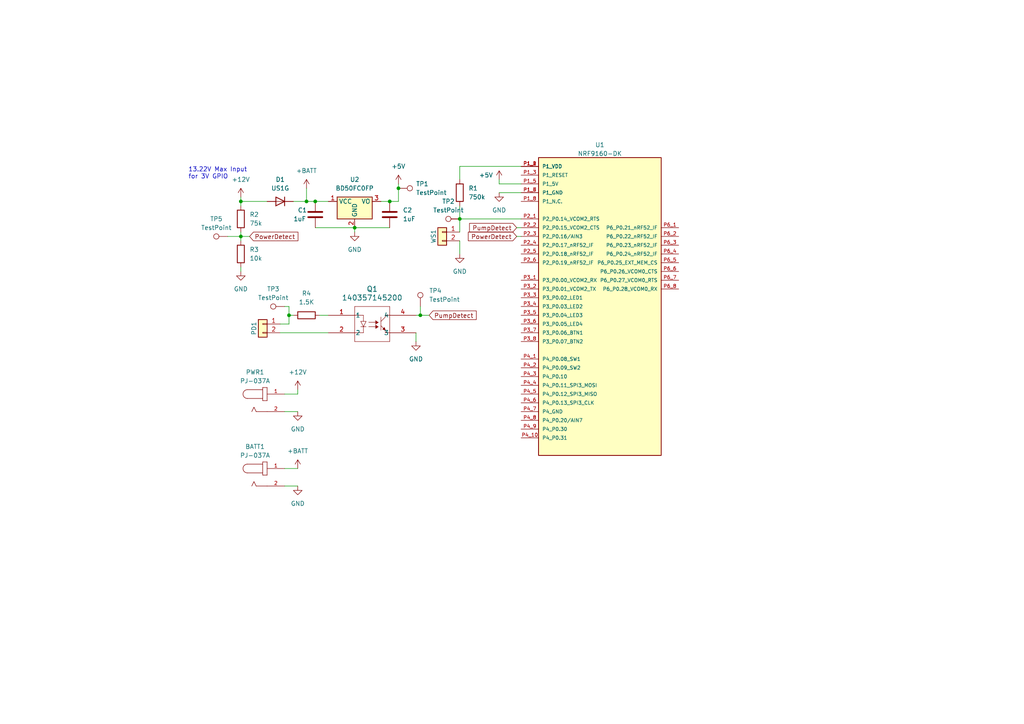
<source format=kicad_sch>
(kicad_sch (version 20230121) (generator eeschema)
  (paper "A4")
  (lib_symbols
    (symbol "2024-04-10_19-53-40:140357145200" (pin_names (offset 0.254))
      (property "Reference" "Q" (at 12.7 12.7 0))
      (property "Value" "140357145200" (at 12.7 12.7 0))
      (symbol "140357145200_0_1"
        (polyline (pts (xy 7.62 -7.62) (xy 7.62 2.54)) (stroke (width 0.127)))
        (polyline (pts (xy 7.62 -7.62) (xy 17.78 -7.62)) (stroke (width 0.127)))
        (polyline (pts (xy 9.398 -3.302) (xy 10.922 -3.302)) (stroke (width 0.127)))
        (polyline (pts (xy 9.398 -1.778) (xy 10.16 -3.302)) (stroke (width 0.127)))
        (polyline (pts (xy 10.16 -5.08) (xy 7.62 -5.08)) (stroke (width 0.127)))
        (polyline (pts (xy 10.16 -3.302) (xy 10.16 -5.08)) (stroke (width 0.127)))
        (polyline (pts (xy 10.16 -3.302) (xy 10.922 -1.778)) (stroke (width 0.127)))
        (polyline (pts (xy 10.16 0) (xy 7.62 0)) (stroke (width 0.127)))
        (polyline (pts (xy 10.16 0) (xy 10.16 -1.778)) (stroke (width 0.127)))
        (polyline (pts (xy 10.922 -1.778) (xy 9.398 -1.778)) (stroke (width 0.127)))
        (polyline (pts (xy 11.684 -3.302) (xy 13.716 -3.302)) (stroke (width 0.127)))
        (polyline (pts (xy 11.684 -2.032) (xy 13.716 -2.032)) (stroke (width 0.127)))
        (polyline (pts (xy 15.24 -4.318) (xy 15.24 -0.508)) (stroke (width 0.127)))
        (polyline (pts (xy 15.24 -3.048) (xy 16.002 -3.81)) (stroke (width 0.127)))
        (polyline (pts (xy 15.24 -1.778) (xy 16.51 -0.508)) (stroke (width 0.127)))
        (polyline (pts (xy 16.51 -4.318) (xy 16.51 -5.08)) (stroke (width 0.127)))
        (polyline (pts (xy 16.51 -0.508) (xy 16.51 0)) (stroke (width 0.127)))
        (polyline (pts (xy 16.51 0) (xy 17.78 0)) (stroke (width 0.127)))
        (polyline (pts (xy 17.78 -5.08) (xy 16.51 -5.08)) (stroke (width 0.127)))
        (polyline (pts (xy 17.78 2.54) (xy 7.62 2.54)) (stroke (width 0.127)))
        (polyline (pts (xy 17.78 2.54) (xy 17.78 -7.62)) (stroke (width 0.127)))
        (polyline (pts (xy 13.716 -2.794) (xy 13.716 -3.81) (xy 14.478 -3.302)) (fill (type outline)))
        (polyline (pts (xy 13.716 -1.524) (xy 13.716 -2.54) (xy 14.478 -2.032)) (fill (type outline)))
        (polyline (pts (xy 16.4717 -4.3107) (xy 15.748 -4.064) (xy 16.256 -3.556) (xy 16.51 -4.318)) (fill (type outline)))
        (pin unspecified line (at 0 0 0) (length 7.62) (name "1") (number "1"))
        (pin unspecified line (at 0 -5.08 0) (length 7.62) (name "2") (number "2"))
        (pin unspecified line (at 25.4 -5.08 180) (length 7.62) (name "3") (number "3"))
        (pin unspecified line (at 25.4 0 180) (length 7.62) (name "4") (number "4"))
      )
    )
    (symbol "Connector:TestPoint" (pin_numbers hide) (pin_names (offset 0.762) hide)
      (property "Reference" "TP" (at 0 6.858 0))
      (property "Value" "TestPoint" (at 0 5.08 0))
      (symbol "TestPoint_0_1"
        (circle (center 0 3.302) (radius 0.762))
      )
      (symbol "TestPoint_1_1"
        (pin passive line (at 0 0 90) (length 2.54) (name "1") (number "1"))
      )
    )
    (symbol "Connector_Generic:Conn_01x02" (pin_names (offset 1.016) hide)
      (property "Reference" "J" (at 0 2.54 0))
      (property "Value" "Conn_01x02" (at 0 -5.08 0))
      (symbol "Conn_01x02_1_1"
        (rectangle (start -1.27 -2.413) (end 0 -2.667) (stroke (width 0.1524)))
        (rectangle (start -1.27 0.127) (end 0 -0.127) (stroke (width 0.1524)))
        (rectangle (start -1.27 1.27) (end 1.27 -3.81) (stroke (width 0.254)) (fill (type background)))
        (pin passive line (at -5.08 0 0) (length 3.81) (name "Pin_1") (number "1"))
        (pin passive line (at -5.08 -2.54 0) (length 3.81) (name "Pin_2") (number "2"))
      )
    )
    (symbol "Device:C" (pin_numbers hide) (pin_names (offset 0.254))
      (property "Reference" "C" (at 0.635 2.54 0))
      (property "Value" "C" (at 0.635 -2.54 0))
      (symbol "C_0_1"
        (polyline (pts (xy -2.032 -0.762) (xy 2.032 -0.762)) (stroke (width 0.508)))
        (polyline (pts (xy -2.032 0.762) (xy 2.032 0.762)) (stroke (width 0.508)))
      )
      (symbol "C_1_1"
        (pin passive line (at 0 3.81 270) (length 2.794) (name "~") (number "1"))
        (pin passive line (at 0 -3.81 90) (length 2.794) (name "~") (number "2"))
      )
    )
    (symbol "Device:R" (pin_numbers hide) (pin_names (offset 0))
      (property "Reference" "R" (at 2.032 0 90))
      (property "Value" "R" (at 0 0 90))
      (symbol "R_0_1"
        (rectangle (start -1.016 -2.54) (end 1.016 2.54) (stroke (width 0.254)))
      )
      (symbol "R_1_1"
        (pin passive line (at 0 3.81 270) (length 1.27) (name "~") (number "1"))
        (pin passive line (at 0 -3.81 90) (length 1.27) (name "~") (number "2"))
      )
    )
    (symbol "Diode:US1G" (pin_numbers hide) (pin_names hide)
      (property "Reference" "D" (at 0 2.54 0))
      (property "Value" "US1G" (at 0 -2.54 0))
      (symbol "US1G_0_1"
        (polyline (pts (xy -1.27 1.27) (xy -1.27 -1.27)) (stroke (width 0.254)))
        (polyline (pts (xy 1.27 0) (xy -1.27 0)))
        (polyline (pts (xy 1.27 1.27) (xy 1.27 -1.27) (xy -1.27 0) (xy 1.27 1.27)) (stroke (width 0.254)))
      )
      (symbol "US1G_1_1"
        (pin passive line (at -3.81 0 0) (length 2.54) (name "K") (number "1"))
        (pin passive line (at 3.81 0 180) (length 2.54) (name "A") (number "2"))
      )
    )
    (symbol "NRF9160-DK:NRF9160-DK" (pin_names (offset 1.016))
      (property "Reference" "U" (at -17.78 45.72 0))
      (property "Value" "NRF9160-DK" (at -17.78 -45.72 0))
      (symbol "NRF9160-DK_0_0"
        (rectangle (start -17.78 43.18) (end 17.78 -43.18) (stroke (width 0.254)) (fill (type background)))
        (pin power_in line (at -22.86 40.64 0) (length 5.08) (name "P1_VDD") (number "P1_1"))
        (pin power_in line (at -22.86 40.64 0) (length 5.08) (name "P1_VDD") (number "P1_2"))
        (pin bidirectional line (at -22.86 38.1 0) (length 5.08) (name "P1_RESET") (number "P1_3"))
        (pin power_in line (at -22.86 40.64 0) (length 5.08) (name "P1_VDD") (number "P1_4"))
        (pin power_in line (at -22.86 35.56 0) (length 5.08) (name "P1_5V") (number "P1_5"))
        (pin power_in line (at -22.86 33.02 0) (length 5.08) (name "P1_GND") (number "P1_6"))
        (pin power_in line (at -22.86 33.02 0) (length 5.08) (name "P1_GND") (number "P1_7"))
        (pin passive line (at -22.86 30.48 0) (length 5.08) (name "P1_N.C.") (number "P1_8"))
        (pin bidirectional line (at -22.86 -38.1 0) (length 5.08) (name "P4_P0.31") (number "P4_10"))
        (pin bidirectional line (at -22.86 -20.32 0) (length 5.08) (name "P4_P0.10") (number "P4_3"))
        (pin power_in line (at -22.86 -30.48 0) (length 5.08) (name "P4_GND") (number "P4_7"))
        (pin bidirectional line (at -22.86 -35.56 0) (length 5.08) (name "P4_P0.30") (number "P4_9"))
      )
      (symbol "NRF9160-DK_1_0"
        (pin bidirectional line (at -22.86 25.4 0) (length 5.08) (name "P2_P0.14_VCOM2_RTS") (number "P2_1"))
        (pin bidirectional line (at -22.86 22.86 0) (length 5.08) (name "P2_P0.15_VCOM2_CTS") (number "P2_2"))
        (pin bidirectional line (at -22.86 20.32 0) (length 5.08) (name "P2_P0.16/AIN3") (number "P2_3"))
        (pin bidirectional line (at -22.86 17.78 0) (length 5.08) (name "P2_P0.17_nRF52_IF") (number "P2_4"))
        (pin bidirectional line (at -22.86 15.24 0) (length 5.08) (name "P2_P0.18_nRF52_IF") (number "P2_5"))
        (pin bidirectional line (at -22.86 12.7 0) (length 5.08) (name "P2_P0.19_nRF52_IF") (number "P2_6"))
        (pin bidirectional line (at -22.86 7.62 0) (length 5.08) (name "P3_P0.00_VCOM2_RX") (number "P3_1"))
        (pin bidirectional line (at -22.86 5.08 0) (length 5.08) (name "P3_P0.01_VCOM2_TX") (number "P3_2"))
        (pin bidirectional line (at -22.86 2.54 0) (length 5.08) (name "P3_P0.02_LED1") (number "P3_3"))
        (pin bidirectional line (at -22.86 0 0) (length 5.08) (name "P3_P0.03_LED2") (number "P3_4"))
        (pin bidirectional line (at -22.86 -2.54 0) (length 5.08) (name "P3_P0.04_LED3") (number "P3_5"))
        (pin bidirectional line (at -22.86 -5.08 0) (length 5.08) (name "P3_P0.05_LED4") (number "P3_6"))
        (pin bidirectional line (at -22.86 -7.62 0) (length 5.08) (name "P3_P0.06_BTN1") (number "P3_7"))
        (pin bidirectional line (at -22.86 -10.16 0) (length 5.08) (name "P3_P0.07_BTN2") (number "P3_8"))
        (pin bidirectional line (at -22.86 -15.24 0) (length 5.08) (name "P4_P0.08_SW1") (number "P4_1"))
        (pin bidirectional line (at -22.86 -17.78 0) (length 5.08) (name "P4_P0.09_SW2") (number "P4_2"))
        (pin bidirectional line (at -22.86 -22.86 0) (length 5.08) (name "P4_P0.11_SPI3_MOSI") (number "P4_4"))
        (pin bidirectional line (at -22.86 -25.4 0) (length 5.08) (name "P4_P0.12_SPI3_MISO") (number "P4_5"))
        (pin bidirectional line (at -22.86 -27.94 0) (length 5.08) (name "P4_P0.13_SPI3_CLK") (number "P4_6"))
        (pin bidirectional line (at -22.86 -33.02 0) (length 5.08) (name "P4_P0.20/AIN7") (number "P4_8"))
        (pin bidirectional line (at 22.86 22.86 180) (length 5.08) (name "P6_P0.21_nRF52_IF") (number "P6_1"))
        (pin bidirectional line (at 22.86 20.32 180) (length 5.08) (name "P6_P0.22_nRF52_IF") (number "P6_2"))
        (pin bidirectional line (at 22.86 17.78 180) (length 5.08) (name "P6_P0.23_nRF52_IF") (number "P6_3"))
        (pin bidirectional line (at 22.86 15.24 180) (length 5.08) (name "P6_P0.24_nRF52_IF") (number "P6_4"))
        (pin bidirectional line (at 22.86 12.7 180) (length 5.08) (name "P6_P0.25_EXT_MEM_CS") (number "P6_5"))
        (pin bidirectional line (at 22.86 10.16 180) (length 5.08) (name "P6_P0.26_VCOM0_CTS") (number "P6_6"))
        (pin bidirectional line (at 22.86 7.62 180) (length 5.08) (name "P6_P0.27_VCOM0_RTS") (number "P6_7"))
        (pin bidirectional line (at 22.86 5.08 180) (length 5.08) (name "P6_P0.28_VCOM0_RX") (number "P6_8"))
      )
    )
    (symbol "PJ-037A:PJ-037A" (pin_names (offset 1.016))
      (property "Reference" "J" (at -7.6261 5.0841 0))
      (property "Value" "PJ-037A" (at -7.6324 -5.0882 0))
      (symbol "PJ-037A_0_0"
        (arc (start -5.715 3.81) (mid -6.9795 2.54) (end -5.715 1.27) (stroke (width 0.1524)))
        (polyline (pts (xy -5.715 3.81) (xy -1.27 3.81)) (stroke (width 0.1524)))
        (polyline (pts (xy -3.81 -1.27) (xy -4.445 -2.54)) (stroke (width 0.1524)))
        (polyline (pts (xy -3.175 -2.54) (xy -3.81 -1.27)) (stroke (width 0.1524)))
        (polyline (pts (xy -1.27 0.635) (xy 0 0.635)) (stroke (width 0.1524)))
        (polyline (pts (xy -1.27 1.27) (xy -5.715 1.27)) (stroke (width 0.1524)))
        (polyline (pts (xy -1.27 1.27) (xy -1.27 0.635)) (stroke (width 0.1524)))
        (polyline (pts (xy -1.27 3.81) (xy -1.27 1.27)) (stroke (width 0.1524)))
        (polyline (pts (xy -1.27 4.445) (xy -1.27 3.81)) (stroke (width 0.1524)))
        (polyline (pts (xy 0 -2.54) (xy -3.175 -2.54)) (stroke (width 0.1524)))
        (polyline (pts (xy 0 0.635) (xy 0 4.445)) (stroke (width 0.1524)))
        (polyline (pts (xy 0 4.445) (xy -1.27 4.445)) (stroke (width 0.1524)))
        (pin passive line (at 5.08 2.54 180) (length 5.08) (name "~") (number "1"))
        (pin passive line (at 5.08 -2.54 180) (length 5.08) (name "~") (number "2"))
      )
    )
    (symbol "Regulator_Linear:BD50FC0FP"
      (property "Reference" "U" (at 0 7.62 0))
      (property "Value" "BD50FC0FP" (at 0 5.08 0))
      (symbol "BD50FC0FP_1_1"
        (rectangle (start -5.08 -5.08) (end 5.08 1.27) (stroke (width 0.254)) (fill (type background)))
        (pin power_in line (at -7.62 0 0) (length 2.54) (name "VCC") (number "1"))
        (pin power_in line (at 0 -7.62 90) (length 2.54) (name "GND") (number "2"))
        (pin power_out line (at 7.62 0 180) (length 2.54) (name "VO") (number "3"))
      )
    )
    (symbol "power:+12V" (power) (pin_names (offset 0))
      (property "Value" "+12V" (at 0 3.556 0))
      (symbol "+12V_0_1"
        (polyline (pts (xy -0.762 1.27) (xy 0 2.54)))
        (polyline (pts (xy 0 0) (xy 0 2.54)))
        (polyline (pts (xy 0 2.54) (xy 0.762 1.27)))
      )
      (symbol "+12V_1_1"
        (pin power_in line (at 0 0 90) (length 0) hide (name "+12V") (number "1"))
      )
    )
    (symbol "power:+5V" (power) (pin_names (offset 0))
      (property "Value" "+5V" (at 0 3.556 0))
      (symbol "+5V_0_1"
        (polyline (pts (xy -0.762 1.27) (xy 0 2.54)))
        (polyline (pts (xy 0 0) (xy 0 2.54)))
        (polyline (pts (xy 0 2.54) (xy 0.762 1.27)))
      )
      (symbol "+5V_1_1"
        (pin power_in line (at 0 0 90) (length 0) hide (name "+5V") (number "1"))
      )
    )
    (symbol "power:+BATT" (power) (pin_names (offset 0))
      (property "Value" "+BATT" (at 0 3.556 0))
      (symbol "+BATT_0_1"
        (polyline (pts (xy -0.762 1.27) (xy 0 2.54)))
        (polyline (pts (xy 0 0) (xy 0 2.54)))
        (polyline (pts (xy 0 2.54) (xy 0.762 1.27)))
      )
      (symbol "+BATT_1_1"
        (pin power_in line (at 0 0 90) (length 0) hide (name "+BATT") (number "1"))
      )
    )
    (symbol "power:GND" (power) (pin_names (offset 0))
      (property "Value" "GND" (at 0 -3.81 0))
      (symbol "GND_0_1"
        (polyline (pts (xy 0 0) (xy 0 -1.27) (xy 1.27 -1.27) (xy 0 -2.54) (xy -1.27 -1.27) (xy 0 -1.27)))
      )
      (symbol "GND_1_1"
        (pin power_in line (at 0 0 270) (length 0) hide (name "GND") (number "1"))
      )
    )
  )
  (bus_alias "I2C" (members "SDA" "SCL"))
  (junction (at 102.87 66.04))
  (junction (at 133.35 63.5))
  (junction (at 91.44 58.42))
  (junction (at 69.85 68.58))
  (junction (at 88.9 58.42))
  (junction (at 69.85 58.42))
  (junction (at 113.03 58.42))
  (junction (at 121.92 91.44))
  (junction (at 83.82 91.44))
  (junction (at 115.57 54.61))
  (wire (pts (xy 82.55 114.3) (xy 86.36 114.3)))
  (wire (pts (xy 82.55 88.9) (xy 83.82 88.9)))
  (wire (pts (xy 69.85 67.31) (xy 69.85 68.58)))
  (wire (pts (xy 121.92 91.44) (xy 120.65 91.44)))
  (wire (pts (xy 149.86 68.58) (xy 151.13 68.58)))
  (wire (pts (xy 121.92 88.9) (xy 121.92 91.44)))
  (wire (pts (xy 82.55 140.97) (xy 86.36 140.97)))
  (wire (pts (xy 95.25 58.42) (xy 91.44 58.42)))
  (wire (pts (xy 124.46 91.44) (xy 121.92 91.44)))
  (wire (pts (xy 88.9 58.42) (xy 88.9 54.61)))
  (wire (pts (xy 83.82 93.98) (xy 81.28 93.98)))
  (wire (pts (xy 85.09 91.44) (xy 83.82 91.44)))
  (wire (pts (xy 115.57 53.34) (xy 115.57 54.61)))
  (wire (pts (xy 133.35 63.5) (xy 133.35 67.31)))
  (wire (pts (xy 82.55 119.38) (xy 86.36 119.38)))
  (wire (pts (xy 120.65 96.52) (xy 120.65 99.06)))
  (wire (pts (xy 91.44 58.42) (xy 88.9 58.42)))
  (wire (pts (xy 91.44 66.04) (xy 102.87 66.04)))
  (wire (pts (xy 144.78 55.88) (xy 151.13 55.88)))
  (wire (pts (xy 82.55 135.89) (xy 86.36 135.89)))
  (wire (pts (xy 151.13 63.5) (xy 133.35 63.5)))
  (wire (pts (xy 85.09 58.42) (xy 88.9 58.42)))
  (wire (pts (xy 86.36 114.3) (xy 86.36 113.03)))
  (wire (pts (xy 115.57 54.61) (xy 115.57 58.42)))
  (wire (pts (xy 110.49 58.42) (xy 113.03 58.42)))
  (wire (pts (xy 151.13 48.26) (xy 133.35 48.26)))
  (wire (pts (xy 102.87 66.04) (xy 113.03 66.04)))
  (wire (pts (xy 144.78 53.34) (xy 151.13 53.34)))
  (wire (pts (xy 69.85 58.42) (xy 77.47 58.42)))
  (wire (pts (xy 69.85 68.58) (xy 72.39 68.58)))
  (wire (pts (xy 69.85 68.58) (xy 69.85 69.85)))
  (wire (pts (xy 133.35 48.26) (xy 133.35 52.07)))
  (wire (pts (xy 133.35 69.85) (xy 133.35 73.66)))
  (wire (pts (xy 144.78 52.07) (xy 144.78 53.34)))
  (wire (pts (xy 69.85 57.15) (xy 69.85 58.42)))
  (wire (pts (xy 69.85 58.42) (xy 69.85 59.69)))
  (wire (pts (xy 83.82 88.9) (xy 83.82 91.44)))
  (wire (pts (xy 102.87 66.04) (xy 102.87 67.31)))
  (wire (pts (xy 81.28 96.52) (xy 95.25 96.52)))
  (wire (pts (xy 66.04 68.58) (xy 69.85 68.58)))
  (wire (pts (xy 92.71 91.44) (xy 95.25 91.44)))
  (wire (pts (xy 69.85 77.47) (xy 69.85 78.74)))
  (wire (pts (xy 133.35 63.5) (xy 133.35 59.69)))
  (wire (pts (xy 83.82 91.44) (xy 83.82 93.98)))
  (wire (pts (xy 151.13 66.04) (xy 149.86 66.04)))
  (wire (pts (xy 113.03 58.42) (xy 115.57 58.42)))
  (text "13.22V Max Input\nfor 3V GPIO" (at 54.61 52.07 0) (effects (font (size 1.27 1.27)) (justify left bottom)))
  (global_label "PumpDetect" (shape input) (at 149.86 66.04 180) (property "Intersheetrefs" "${INTERSHEET_REFS}" (effects hide)))
  (global_label "PumpDetect" (shape input) (at 124.46 91.44 0) (property "Intersheetrefs" "${INTERSHEET_REFS}" (effects hide)))
  (global_label "PowerDetect" (shape input) (at 72.39 68.58 0) (property "Intersheetrefs" "${INTERSHEET_REFS}" (effects hide)))
  (global_label "PowerDetect" (shape input) (at 149.86 68.58 180) (property "Intersheetrefs" "${INTERSHEET_REFS}" (effects hide)))
  (symbol (lib_id "Regulator_Linear:BD50FC0FP") (at 102.87 58.42 0) (unit 1)
    (property "Reference" "U2" (at 102.87 52.07 0))
    (property "Value" "BD50FC0FP" (at 102.87 54.61 0))
    (property "Footprint" "Package_TO_SOT_SMD:TO-252-2" (effects hide))
    (property "Datasheet" "https://fscdn.rohm.com/en/products/databook/datasheet/ic/power/linear_regulator/bdxxfc0wefj-e.pdf" (effects hide))
  )
  (symbol (lib_id "power:GND") (at 86.36 119.38 0) (unit 1)
    (property "Reference" "#PWR012" (effects hide))
    (property "Value" "GND" (at 86.36 124.46 0))
  )
  (symbol (lib_id "NRF9160-DK:NRF9160-DK") (at 173.99 88.9 0) (unit 1)
    (property "Reference" "U1" (at 173.99 42.0202 0))
    (property "Value" "NRF9160-DK" (at 173.99 44.5571 0))
    (property "Footprint" "NRF9160-DK:MODULE_NRF9160-DK" (effects hide))
    (property "Datasheet" "https://infocenter.nordicsemi.com/pdf/nRF9160_PS_v1.0.pdf" (effects hide))
    (property "MPN" "NRF9160-DK" (effects hide))
    (property "Manufacturer" "Nordic Semiconductor" (effects hide))
    (property "DKPN" "NRF9160-DK-ND" (effects hide))
    (property "DK_Detail_Page" "https://www.digikey.com/en/products/detail/nordic-semiconductor-asa/NRF9160-DK/9740721" (effects hide))
  )
  (symbol (lib_id "Device:R") (at 69.85 73.66 0) (unit 1)
    (property "Reference" "R3" (at 72.39 72.39 0) (effects (justify left)))
    (property "Value" "10k" (at 72.39 74.93 0) (effects (justify left)))
    (property "Footprint" "Resistor_SMD:R_0805_2012Metric_Pad1.20x1.40mm_HandSolder" (effects hide))
  )
  (symbol (lib_id "Connector_Generic:Conn_01x02") (at 76.2 93.98 0) (mirror y) (unit 1)
    (property "Reference" "PD1" (at 73.66 95.25 90))
    (property "Value" "Conn_01x02" (effects hide))
    (property "Footprint" "Connector_PinHeader_2.54mm:PinHeader_1x02_P2.54mm_Vertical" (effects hide))
  )
  (symbol (lib_id "power:GND") (at 69.85 78.74 0) (unit 1)
    (property "Reference" "#PWR07" (effects hide))
    (property "Value" "GND" (at 69.85 83.82 0))
  )
  (symbol (lib_id "power:+BATT") (at 86.36 135.89 0) (unit 1)
    (property "Reference" "#PWR010" (effects hide))
    (property "Value" "+BATT" (at 86.36 130.81 0))
  )
  (symbol (lib_id "Device:R") (at 133.35 55.88 0) (unit 1)
    (property "Reference" "R1" (at 135.89 54.61 0) (effects (justify left)))
    (property "Value" "750k" (at 135.89 57.15 0) (effects (justify left)))
    (property "Footprint" "Resistor_SMD:R_0805_2012Metric_Pad1.20x1.40mm_HandSolder" (effects hide))
  )
  (symbol (lib_id "Connector:TestPoint") (at 66.04 68.58 90) (unit 1)
    (property "Reference" "TP5" (at 62.738 63.5 90))
    (property "Value" "TestPoint" (at 62.738 66.04 90))
    (property "Footprint" "TestPoint:TestPoint_Pad_D1.0mm" (effects hide))
  )
  (symbol (lib_id "power:GND") (at 120.65 99.06 0) (unit 1)
    (property "Reference" "#PWR09" (effects hide))
    (property "Value" "GND" (at 120.65 104.14 0))
  )
  (symbol (lib_id "Device:R") (at 88.9 91.44 90) (unit 1)
    (property "Reference" "R4" (at 88.9 85.09 90))
    (property "Value" "1.5K" (at 88.9 87.63 90))
    (property "Footprint" "Resistor_SMD:R_0805_2012Metric_Pad1.20x1.40mm_HandSolder" (effects hide))
  )
  (symbol (lib_id "power:+BATT") (at 88.9 54.61 0) (unit 1)
    (property "Reference" "#PWR08" (effects hide))
    (property "Value" "+BATT" (at 88.9 49.53 0))
  )
  (symbol (lib_id "power:+5V") (at 115.57 53.34 0) (unit 1)
    (property "Reference" "#PWR03" (effects hide))
    (property "Value" "+5V" (at 115.57 48.26 0))
  )
  (symbol (lib_id "power:+12V") (at 69.85 57.15 0) (unit 1)
    (property "Reference" "#PWR05" (effects hide))
    (property "Value" "+12V" (at 69.85 52.07 0))
  )
  (symbol (lib_id "Device:C") (at 91.44 62.23 0) (unit 1)
    (property "Reference" "C1" (at 86.36 60.96 0) (effects (justify left)))
    (property "Value" "1uF" (at 85.09 63.5 0) (effects (justify left)))
    (property "Footprint" "Capacitor_SMD:C_0603_1608Metric_Pad1.08x0.95mm_HandSolder" (effects hide))
    (property "DKPN" "445-174215-1-ND" (effects hide))
    (property "PN" "CGA3E1X7R1V105K080AC" (effects hide))
  )
  (symbol (lib_id "Connector:TestPoint") (at 115.57 54.61 270) (unit 1)
    (property "Reference" "TP1" (at 120.65 53.34 90) (effects (justify left)))
    (property "Value" "TestPoint" (at 120.65 55.88 90) (effects (justify left)))
    (property "Footprint" "TestPoint:TestPoint_Pad_D1.0mm" (effects hide))
  )
  (symbol (lib_id "Device:R") (at 69.85 63.5 0) (unit 1)
    (property "Reference" "R2" (at 72.39 62.23 0) (effects (justify left)))
    (property "Value" "75k" (at 72.39 64.77 0) (effects (justify left)))
    (property "Footprint" "Resistor_SMD:R_0805_2012Metric_Pad1.20x1.40mm_HandSolder" (effects hide))
  )
  (symbol (lib_id "PJ-037A:PJ-037A") (at 77.47 116.84 0) (unit 1)
    (property "Reference" "PWR1" (at 73.9802 107.95 0))
    (property "Value" "PJ-037A" (at 73.9802 110.49 0))
    (property "Footprint" "PJ-037A:CUI_PJ-037A" (effects hide))
    (property "MANUFACTURER" "CUI INC" (effects hide))
    (property "STANDARD" "Manufacturer recommendations" (effects hide))
  )
  (symbol (lib_id "power:+5V") (at 144.78 52.07 0) (unit 1)
    (property "Reference" "#PWR06" (effects hide))
    (property "Value" "+5V" (at 140.97 50.8 0))
  )
  (symbol (lib_id "power:GND") (at 133.35 73.66 0) (unit 1)
    (property "Reference" "#PWR02" (effects hide))
    (property "Value" "GND" (at 133.35 78.74 0))
  )
  (symbol (lib_id "Connector:TestPoint") (at 121.92 88.9 0) (unit 1)
    (property "Reference" "TP4" (at 124.46 84.328 0) (effects (justify left)))
    (property "Value" "TestPoint" (at 124.46 86.868 0) (effects (justify left)))
    (property "Footprint" "TestPoint:TestPoint_Pad_D1.0mm" (effects hide))
  )
  (symbol (lib_id "power:GND") (at 144.78 55.88 0) (unit 1)
    (property "Reference" "#PWR01" (effects hide))
    (property "Value" "GND" (at 144.78 60.96 0))
  )
  (symbol (lib_id "Connector:TestPoint") (at 133.35 63.5 90) (unit 1)
    (property "Reference" "TP2" (at 130.048 58.42 90))
    (property "Value" "TestPoint" (at 130.048 60.96 90))
    (property "Footprint" "TestPoint:TestPoint_Pad_D1.0mm" (effects hide))
  )
  (symbol (lib_id "Connector:TestPoint") (at 82.55 88.9 90) (unit 1)
    (property "Reference" "TP3" (at 79.248 83.82 90))
    (property "Value" "TestPoint" (at 79.248 86.36 90))
    (property "Footprint" "TestPoint:TestPoint_Pad_D1.0mm" (effects hide))
  )
  (symbol (lib_id "power:GND") (at 102.87 67.31 0) (unit 1)
    (property "Reference" "#PWR04" (effects hide))
    (property "Value" "GND" (at 102.87 72.39 0))
  )
  (symbol (lib_id "power:+12V") (at 86.36 113.03 0) (unit 1)
    (property "Reference" "#PWR011" (effects hide))
    (property "Value" "+12V" (at 86.36 107.95 0))
  )
  (symbol (lib_id "power:GND") (at 86.36 140.97 0) (unit 1)
    (property "Reference" "#PWR013" (effects hide))
    (property "Value" "GND" (at 86.36 146.05 0))
  )
  (symbol (lib_id "Device:C") (at 113.03 62.23 0) (unit 1)
    (property "Reference" "C2" (at 116.84 60.96 0) (effects (justify left)))
    (property "Value" "1uF" (at 116.84 63.5 0) (effects (justify left)))
    (property "Footprint" "Capacitor_SMD:C_0603_1608Metric_Pad1.08x0.95mm_HandSolder" (effects hide))
    (property "DKPN" "445-174215-1-ND" (effects hide))
    (property "PN" "CGA3E1X7R1V105K080AC" (effects hide))
  )
  (symbol (lib_id "Diode:US1G") (at 81.28 58.42 180) (unit 1)
    (property "Reference" "D1" (at 81.28 52.07 0))
    (property "Value" "US1G" (at 81.28 54.61 0))
    (property "Footprint" "Diode_SMD:D_SMA" (effects hide))
    (property "Datasheet" "https://www.diodes.com/assets/Datasheets/ds16008.pdf" (effects hide))
    (property "Sim.Device" "D" (effects hide))
    (property "Sim.Pins" "1=K 2=A" (effects hide))
  )
  (symbol (lib_id "Connector_Generic:Conn_01x02") (at 128.27 67.31 0) (mirror y) (unit 1)
    (property "Reference" "WS1" (at 125.73 68.58 90))
    (property "Value" "Conn_01x02" (effects hide))
    (property "Footprint" "Connector_PinHeader_2.54mm:PinHeader_1x02_P2.54mm_Vertical" (effects hide))
  )
  (symbol (lib_id "PJ-037A:PJ-037A") (at 77.47 138.43 0) (unit 1)
    (property "Reference" "BATT1" (at 73.9802 129.54 0))
    (property "Value" "PJ-037A" (at 73.9802 132.08 0))
    (property "Footprint" "PJ-037A:CUI_PJ-037A" (effects hide))
    (property "MANUFACTURER" "CUI INC" (effects hide))
    (property "STANDARD" "Manufacturer recommendations" (effects hide))
  )
  (symbol (lib_id "2024-04-10_19-53-40:140357145200") (at 95.25 91.44 0) (unit 1)
    (property "Reference" "Q1" (at 107.95 83.82 0) (effects (font (size 1.524 1.524))))
    (property "Value" "140357145200" (at 107.95 86.36 0) (effects (font (size 1.524 1.524))))
    (property "Footprint" "footprints:WL-OCPT_SOP4_WRE" (effects hide))
    (property "Datasheet" "https://www.we-online.com/catalog/datasheet/140357145200.pdf" (effects hide))
    (property "DKPN" "732-140357145200CT-ND" (effects hide))
    (property "PN" "140357145200" (effects hide))
    (property "MFR" "Würth Elektronik" (effects hide))
  )
)
</source>
